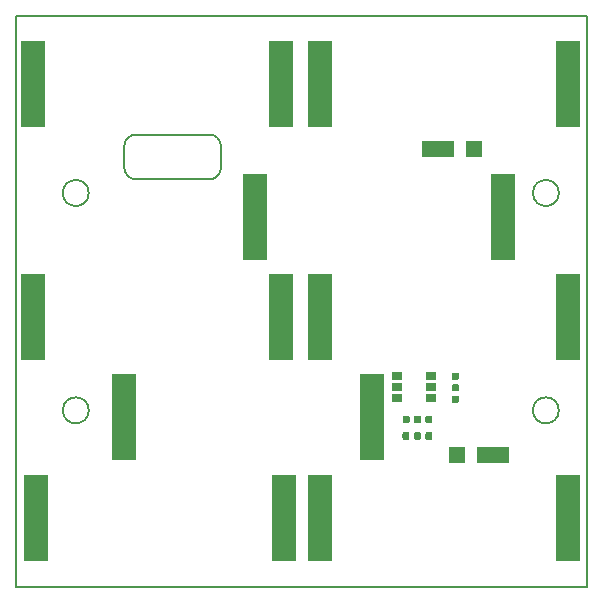
<source format=gbr>
%TF.GenerationSoftware,KiCad,Pcbnew,5.0.2-bee76a0~70~ubuntu18.04.1*%
%TF.CreationDate,2020-02-29T17:16:54-08:00*%
%TF.ProjectId,SolarCellZ_v1,536f6c61-7243-4656-9c6c-5a5f76312e6b,rev?*%
%TF.SameCoordinates,Original*%
%TF.FileFunction,Paste,Top*%
%TF.FilePolarity,Positive*%
%FSLAX46Y46*%
G04 Gerber Fmt 4.6, Leading zero omitted, Abs format (unit mm)*
G04 Created by KiCad (PCBNEW 5.0.2-bee76a0~70~ubuntu18.04.1) date Sat 29 Feb 2020 05:16:54 PM PST*
%MOMM*%
%LPD*%
G01*
G04 APERTURE LIST*
%ADD10C,0.200000*%
%ADD11R,2.000000X7.400000*%
%ADD12R,0.900000X0.700000*%
%ADD13R,1.400000X1.400000*%
%ADD14R,2.700000X1.400000*%
%ADD15C,0.100000*%
%ADD16C,0.590000*%
G04 APERTURE END LIST*
D10*
X136007500Y-73391000D02*
G75*
G03X136007500Y-73391000I-1100000J0D01*
G01*
X96207500Y-73391000D02*
G75*
G03X96207500Y-73391000I-1100000J0D01*
G01*
X107407500Y-52841000D02*
G75*
G02X106407500Y-53841000I-1000000J0D01*
G01*
X100207500Y-53841000D02*
G75*
G02X99207500Y-52841000I0J1000000D01*
G01*
X106407500Y-50041000D02*
G75*
G02X107407500Y-51041000I0J-1000000D01*
G01*
X99207500Y-51041000D02*
G75*
G02X100207500Y-50041000I1000000J0D01*
G01*
X96207500Y-54991000D02*
G75*
G03X96207500Y-54991000I-1100000J0D01*
G01*
X106407500Y-50041000D02*
X100207500Y-50041000D01*
X138407500Y-39991000D02*
X138407500Y-88391000D01*
X138407500Y-88391000D02*
X90007500Y-88391000D01*
X90007500Y-88391000D02*
X90007500Y-39991000D01*
X90007500Y-39991000D02*
X138407500Y-39991000D01*
X100207500Y-53841000D02*
X106407500Y-53841000D01*
X136007500Y-54991000D02*
G75*
G03X136007500Y-54991000I-1100000J0D01*
G01*
X107407500Y-52841000D02*
X107407500Y-51041000D01*
X99207500Y-51041000D02*
X99207500Y-52841000D01*
D11*
X136750000Y-45750000D03*
X115750000Y-45750000D03*
X91500000Y-45750000D03*
X112500000Y-45750000D03*
X131250000Y-57000000D03*
X110250000Y-57000000D03*
X136750000Y-65500000D03*
X115750000Y-65500000D03*
X112500000Y-65500000D03*
X91500000Y-65500000D03*
X120187000Y-74000000D03*
X99187000Y-74000000D03*
X115750000Y-82500000D03*
X136750000Y-82500000D03*
X112750000Y-82500000D03*
X91750000Y-82500000D03*
D12*
X122311500Y-70487500D03*
X122311500Y-71437500D03*
X122311500Y-72387500D03*
X125211500Y-72387500D03*
X125211500Y-71437500D03*
X125211500Y-70487500D03*
D13*
X128850000Y-51250000D03*
D14*
X125800000Y-51250000D03*
D13*
X127385200Y-77152500D03*
D14*
X130435200Y-77152500D03*
D15*
G36*
X124200458Y-73848710D02*
X124214776Y-73850834D01*
X124228817Y-73854351D01*
X124242446Y-73859228D01*
X124255531Y-73865417D01*
X124267947Y-73872858D01*
X124279573Y-73881481D01*
X124290298Y-73891202D01*
X124300019Y-73901927D01*
X124308642Y-73913553D01*
X124316083Y-73925969D01*
X124322272Y-73939054D01*
X124327149Y-73952683D01*
X124330666Y-73966724D01*
X124332790Y-73981042D01*
X124333500Y-73995500D01*
X124333500Y-74340500D01*
X124332790Y-74354958D01*
X124330666Y-74369276D01*
X124327149Y-74383317D01*
X124322272Y-74396946D01*
X124316083Y-74410031D01*
X124308642Y-74422447D01*
X124300019Y-74434073D01*
X124290298Y-74444798D01*
X124279573Y-74454519D01*
X124267947Y-74463142D01*
X124255531Y-74470583D01*
X124242446Y-74476772D01*
X124228817Y-74481649D01*
X124214776Y-74485166D01*
X124200458Y-74487290D01*
X124186000Y-74488000D01*
X123891000Y-74488000D01*
X123876542Y-74487290D01*
X123862224Y-74485166D01*
X123848183Y-74481649D01*
X123834554Y-74476772D01*
X123821469Y-74470583D01*
X123809053Y-74463142D01*
X123797427Y-74454519D01*
X123786702Y-74444798D01*
X123776981Y-74434073D01*
X123768358Y-74422447D01*
X123760917Y-74410031D01*
X123754728Y-74396946D01*
X123749851Y-74383317D01*
X123746334Y-74369276D01*
X123744210Y-74354958D01*
X123743500Y-74340500D01*
X123743500Y-73995500D01*
X123744210Y-73981042D01*
X123746334Y-73966724D01*
X123749851Y-73952683D01*
X123754728Y-73939054D01*
X123760917Y-73925969D01*
X123768358Y-73913553D01*
X123776981Y-73901927D01*
X123786702Y-73891202D01*
X123797427Y-73881481D01*
X123809053Y-73872858D01*
X123821469Y-73865417D01*
X123834554Y-73859228D01*
X123848183Y-73854351D01*
X123862224Y-73850834D01*
X123876542Y-73848710D01*
X123891000Y-73848000D01*
X124186000Y-73848000D01*
X124200458Y-73848710D01*
X124200458Y-73848710D01*
G37*
D16*
X124038500Y-74168000D03*
D15*
G36*
X125170458Y-73848710D02*
X125184776Y-73850834D01*
X125198817Y-73854351D01*
X125212446Y-73859228D01*
X125225531Y-73865417D01*
X125237947Y-73872858D01*
X125249573Y-73881481D01*
X125260298Y-73891202D01*
X125270019Y-73901927D01*
X125278642Y-73913553D01*
X125286083Y-73925969D01*
X125292272Y-73939054D01*
X125297149Y-73952683D01*
X125300666Y-73966724D01*
X125302790Y-73981042D01*
X125303500Y-73995500D01*
X125303500Y-74340500D01*
X125302790Y-74354958D01*
X125300666Y-74369276D01*
X125297149Y-74383317D01*
X125292272Y-74396946D01*
X125286083Y-74410031D01*
X125278642Y-74422447D01*
X125270019Y-74434073D01*
X125260298Y-74444798D01*
X125249573Y-74454519D01*
X125237947Y-74463142D01*
X125225531Y-74470583D01*
X125212446Y-74476772D01*
X125198817Y-74481649D01*
X125184776Y-74485166D01*
X125170458Y-74487290D01*
X125156000Y-74488000D01*
X124861000Y-74488000D01*
X124846542Y-74487290D01*
X124832224Y-74485166D01*
X124818183Y-74481649D01*
X124804554Y-74476772D01*
X124791469Y-74470583D01*
X124779053Y-74463142D01*
X124767427Y-74454519D01*
X124756702Y-74444798D01*
X124746981Y-74434073D01*
X124738358Y-74422447D01*
X124730917Y-74410031D01*
X124724728Y-74396946D01*
X124719851Y-74383317D01*
X124716334Y-74369276D01*
X124714210Y-74354958D01*
X124713500Y-74340500D01*
X124713500Y-73995500D01*
X124714210Y-73981042D01*
X124716334Y-73966724D01*
X124719851Y-73952683D01*
X124724728Y-73939054D01*
X124730917Y-73925969D01*
X124738358Y-73913553D01*
X124746981Y-73901927D01*
X124756702Y-73891202D01*
X124767427Y-73881481D01*
X124779053Y-73872858D01*
X124791469Y-73865417D01*
X124804554Y-73859228D01*
X124818183Y-73854351D01*
X124832224Y-73850834D01*
X124846542Y-73848710D01*
X124861000Y-73848000D01*
X125156000Y-73848000D01*
X125170458Y-73848710D01*
X125170458Y-73848710D01*
G37*
D16*
X125008500Y-74168000D03*
D15*
G36*
X123230178Y-73848710D02*
X123244496Y-73850834D01*
X123258537Y-73854351D01*
X123272166Y-73859228D01*
X123285251Y-73865417D01*
X123297667Y-73872858D01*
X123309293Y-73881481D01*
X123320018Y-73891202D01*
X123329739Y-73901927D01*
X123338362Y-73913553D01*
X123345803Y-73925969D01*
X123351992Y-73939054D01*
X123356869Y-73952683D01*
X123360386Y-73966724D01*
X123362510Y-73981042D01*
X123363220Y-73995500D01*
X123363220Y-74340500D01*
X123362510Y-74354958D01*
X123360386Y-74369276D01*
X123356869Y-74383317D01*
X123351992Y-74396946D01*
X123345803Y-74410031D01*
X123338362Y-74422447D01*
X123329739Y-74434073D01*
X123320018Y-74444798D01*
X123309293Y-74454519D01*
X123297667Y-74463142D01*
X123285251Y-74470583D01*
X123272166Y-74476772D01*
X123258537Y-74481649D01*
X123244496Y-74485166D01*
X123230178Y-74487290D01*
X123215720Y-74488000D01*
X122920720Y-74488000D01*
X122906262Y-74487290D01*
X122891944Y-74485166D01*
X122877903Y-74481649D01*
X122864274Y-74476772D01*
X122851189Y-74470583D01*
X122838773Y-74463142D01*
X122827147Y-74454519D01*
X122816422Y-74444798D01*
X122806701Y-74434073D01*
X122798078Y-74422447D01*
X122790637Y-74410031D01*
X122784448Y-74396946D01*
X122779571Y-74383317D01*
X122776054Y-74369276D01*
X122773930Y-74354958D01*
X122773220Y-74340500D01*
X122773220Y-73995500D01*
X122773930Y-73981042D01*
X122776054Y-73966724D01*
X122779571Y-73952683D01*
X122784448Y-73939054D01*
X122790637Y-73925969D01*
X122798078Y-73913553D01*
X122806701Y-73901927D01*
X122816422Y-73891202D01*
X122827147Y-73881481D01*
X122838773Y-73872858D01*
X122851189Y-73865417D01*
X122864274Y-73859228D01*
X122877903Y-73854351D01*
X122891944Y-73850834D01*
X122906262Y-73848710D01*
X122920720Y-73848000D01*
X123215720Y-73848000D01*
X123230178Y-73848710D01*
X123230178Y-73848710D01*
G37*
D16*
X123068220Y-74168000D03*
D15*
G36*
X124200178Y-73848710D02*
X124214496Y-73850834D01*
X124228537Y-73854351D01*
X124242166Y-73859228D01*
X124255251Y-73865417D01*
X124267667Y-73872858D01*
X124279293Y-73881481D01*
X124290018Y-73891202D01*
X124299739Y-73901927D01*
X124308362Y-73913553D01*
X124315803Y-73925969D01*
X124321992Y-73939054D01*
X124326869Y-73952683D01*
X124330386Y-73966724D01*
X124332510Y-73981042D01*
X124333220Y-73995500D01*
X124333220Y-74340500D01*
X124332510Y-74354958D01*
X124330386Y-74369276D01*
X124326869Y-74383317D01*
X124321992Y-74396946D01*
X124315803Y-74410031D01*
X124308362Y-74422447D01*
X124299739Y-74434073D01*
X124290018Y-74444798D01*
X124279293Y-74454519D01*
X124267667Y-74463142D01*
X124255251Y-74470583D01*
X124242166Y-74476772D01*
X124228537Y-74481649D01*
X124214496Y-74485166D01*
X124200178Y-74487290D01*
X124185720Y-74488000D01*
X123890720Y-74488000D01*
X123876262Y-74487290D01*
X123861944Y-74485166D01*
X123847903Y-74481649D01*
X123834274Y-74476772D01*
X123821189Y-74470583D01*
X123808773Y-74463142D01*
X123797147Y-74454519D01*
X123786422Y-74444798D01*
X123776701Y-74434073D01*
X123768078Y-74422447D01*
X123760637Y-74410031D01*
X123754448Y-74396946D01*
X123749571Y-74383317D01*
X123746054Y-74369276D01*
X123743930Y-74354958D01*
X123743220Y-74340500D01*
X123743220Y-73995500D01*
X123743930Y-73981042D01*
X123746054Y-73966724D01*
X123749571Y-73952683D01*
X123754448Y-73939054D01*
X123760637Y-73925969D01*
X123768078Y-73913553D01*
X123776701Y-73901927D01*
X123786422Y-73891202D01*
X123797147Y-73881481D01*
X123808773Y-73872858D01*
X123821189Y-73865417D01*
X123834274Y-73859228D01*
X123847903Y-73854351D01*
X123861944Y-73850834D01*
X123876262Y-73848710D01*
X123890720Y-73848000D01*
X124185720Y-73848000D01*
X124200178Y-73848710D01*
X124200178Y-73848710D01*
G37*
D16*
X124038220Y-74168000D03*
D15*
G36*
X125170458Y-75245710D02*
X125184776Y-75247834D01*
X125198817Y-75251351D01*
X125212446Y-75256228D01*
X125225531Y-75262417D01*
X125237947Y-75269858D01*
X125249573Y-75278481D01*
X125260298Y-75288202D01*
X125270019Y-75298927D01*
X125278642Y-75310553D01*
X125286083Y-75322969D01*
X125292272Y-75336054D01*
X125297149Y-75349683D01*
X125300666Y-75363724D01*
X125302790Y-75378042D01*
X125303500Y-75392500D01*
X125303500Y-75737500D01*
X125302790Y-75751958D01*
X125300666Y-75766276D01*
X125297149Y-75780317D01*
X125292272Y-75793946D01*
X125286083Y-75807031D01*
X125278642Y-75819447D01*
X125270019Y-75831073D01*
X125260298Y-75841798D01*
X125249573Y-75851519D01*
X125237947Y-75860142D01*
X125225531Y-75867583D01*
X125212446Y-75873772D01*
X125198817Y-75878649D01*
X125184776Y-75882166D01*
X125170458Y-75884290D01*
X125156000Y-75885000D01*
X124861000Y-75885000D01*
X124846542Y-75884290D01*
X124832224Y-75882166D01*
X124818183Y-75878649D01*
X124804554Y-75873772D01*
X124791469Y-75867583D01*
X124779053Y-75860142D01*
X124767427Y-75851519D01*
X124756702Y-75841798D01*
X124746981Y-75831073D01*
X124738358Y-75819447D01*
X124730917Y-75807031D01*
X124724728Y-75793946D01*
X124719851Y-75780317D01*
X124716334Y-75766276D01*
X124714210Y-75751958D01*
X124713500Y-75737500D01*
X124713500Y-75392500D01*
X124714210Y-75378042D01*
X124716334Y-75363724D01*
X124719851Y-75349683D01*
X124724728Y-75336054D01*
X124730917Y-75322969D01*
X124738358Y-75310553D01*
X124746981Y-75298927D01*
X124756702Y-75288202D01*
X124767427Y-75278481D01*
X124779053Y-75269858D01*
X124791469Y-75262417D01*
X124804554Y-75256228D01*
X124818183Y-75251351D01*
X124832224Y-75247834D01*
X124846542Y-75245710D01*
X124861000Y-75245000D01*
X125156000Y-75245000D01*
X125170458Y-75245710D01*
X125170458Y-75245710D01*
G37*
D16*
X125008500Y-75565000D03*
D15*
G36*
X124200458Y-75245710D02*
X124214776Y-75247834D01*
X124228817Y-75251351D01*
X124242446Y-75256228D01*
X124255531Y-75262417D01*
X124267947Y-75269858D01*
X124279573Y-75278481D01*
X124290298Y-75288202D01*
X124300019Y-75298927D01*
X124308642Y-75310553D01*
X124316083Y-75322969D01*
X124322272Y-75336054D01*
X124327149Y-75349683D01*
X124330666Y-75363724D01*
X124332790Y-75378042D01*
X124333500Y-75392500D01*
X124333500Y-75737500D01*
X124332790Y-75751958D01*
X124330666Y-75766276D01*
X124327149Y-75780317D01*
X124322272Y-75793946D01*
X124316083Y-75807031D01*
X124308642Y-75819447D01*
X124300019Y-75831073D01*
X124290298Y-75841798D01*
X124279573Y-75851519D01*
X124267947Y-75860142D01*
X124255531Y-75867583D01*
X124242446Y-75873772D01*
X124228817Y-75878649D01*
X124214776Y-75882166D01*
X124200458Y-75884290D01*
X124186000Y-75885000D01*
X123891000Y-75885000D01*
X123876542Y-75884290D01*
X123862224Y-75882166D01*
X123848183Y-75878649D01*
X123834554Y-75873772D01*
X123821469Y-75867583D01*
X123809053Y-75860142D01*
X123797427Y-75851519D01*
X123786702Y-75841798D01*
X123776981Y-75831073D01*
X123768358Y-75819447D01*
X123760917Y-75807031D01*
X123754728Y-75793946D01*
X123749851Y-75780317D01*
X123746334Y-75766276D01*
X123744210Y-75751958D01*
X123743500Y-75737500D01*
X123743500Y-75392500D01*
X123744210Y-75378042D01*
X123746334Y-75363724D01*
X123749851Y-75349683D01*
X123754728Y-75336054D01*
X123760917Y-75322969D01*
X123768358Y-75310553D01*
X123776981Y-75298927D01*
X123786702Y-75288202D01*
X123797427Y-75278481D01*
X123809053Y-75269858D01*
X123821469Y-75262417D01*
X123834554Y-75256228D01*
X123848183Y-75251351D01*
X123862224Y-75247834D01*
X123876542Y-75245710D01*
X123891000Y-75245000D01*
X124186000Y-75245000D01*
X124200458Y-75245710D01*
X124200458Y-75245710D01*
G37*
D16*
X124038500Y-75565000D03*
D15*
G36*
X127440958Y-71189210D02*
X127455276Y-71191334D01*
X127469317Y-71194851D01*
X127482946Y-71199728D01*
X127496031Y-71205917D01*
X127508447Y-71213358D01*
X127520073Y-71221981D01*
X127530798Y-71231702D01*
X127540519Y-71242427D01*
X127549142Y-71254053D01*
X127556583Y-71266469D01*
X127562772Y-71279554D01*
X127567649Y-71293183D01*
X127571166Y-71307224D01*
X127573290Y-71321542D01*
X127574000Y-71336000D01*
X127574000Y-71631000D01*
X127573290Y-71645458D01*
X127571166Y-71659776D01*
X127567649Y-71673817D01*
X127562772Y-71687446D01*
X127556583Y-71700531D01*
X127549142Y-71712947D01*
X127540519Y-71724573D01*
X127530798Y-71735298D01*
X127520073Y-71745019D01*
X127508447Y-71753642D01*
X127496031Y-71761083D01*
X127482946Y-71767272D01*
X127469317Y-71772149D01*
X127455276Y-71775666D01*
X127440958Y-71777790D01*
X127426500Y-71778500D01*
X127081500Y-71778500D01*
X127067042Y-71777790D01*
X127052724Y-71775666D01*
X127038683Y-71772149D01*
X127025054Y-71767272D01*
X127011969Y-71761083D01*
X126999553Y-71753642D01*
X126987927Y-71745019D01*
X126977202Y-71735298D01*
X126967481Y-71724573D01*
X126958858Y-71712947D01*
X126951417Y-71700531D01*
X126945228Y-71687446D01*
X126940351Y-71673817D01*
X126936834Y-71659776D01*
X126934710Y-71645458D01*
X126934000Y-71631000D01*
X126934000Y-71336000D01*
X126934710Y-71321542D01*
X126936834Y-71307224D01*
X126940351Y-71293183D01*
X126945228Y-71279554D01*
X126951417Y-71266469D01*
X126958858Y-71254053D01*
X126967481Y-71242427D01*
X126977202Y-71231702D01*
X126987927Y-71221981D01*
X126999553Y-71213358D01*
X127011969Y-71205917D01*
X127025054Y-71199728D01*
X127038683Y-71194851D01*
X127052724Y-71191334D01*
X127067042Y-71189210D01*
X127081500Y-71188500D01*
X127426500Y-71188500D01*
X127440958Y-71189210D01*
X127440958Y-71189210D01*
G37*
D16*
X127254000Y-71483500D03*
D15*
G36*
X127440958Y-72159210D02*
X127455276Y-72161334D01*
X127469317Y-72164851D01*
X127482946Y-72169728D01*
X127496031Y-72175917D01*
X127508447Y-72183358D01*
X127520073Y-72191981D01*
X127530798Y-72201702D01*
X127540519Y-72212427D01*
X127549142Y-72224053D01*
X127556583Y-72236469D01*
X127562772Y-72249554D01*
X127567649Y-72263183D01*
X127571166Y-72277224D01*
X127573290Y-72291542D01*
X127574000Y-72306000D01*
X127574000Y-72601000D01*
X127573290Y-72615458D01*
X127571166Y-72629776D01*
X127567649Y-72643817D01*
X127562772Y-72657446D01*
X127556583Y-72670531D01*
X127549142Y-72682947D01*
X127540519Y-72694573D01*
X127530798Y-72705298D01*
X127520073Y-72715019D01*
X127508447Y-72723642D01*
X127496031Y-72731083D01*
X127482946Y-72737272D01*
X127469317Y-72742149D01*
X127455276Y-72745666D01*
X127440958Y-72747790D01*
X127426500Y-72748500D01*
X127081500Y-72748500D01*
X127067042Y-72747790D01*
X127052724Y-72745666D01*
X127038683Y-72742149D01*
X127025054Y-72737272D01*
X127011969Y-72731083D01*
X126999553Y-72723642D01*
X126987927Y-72715019D01*
X126977202Y-72705298D01*
X126967481Y-72694573D01*
X126958858Y-72682947D01*
X126951417Y-72670531D01*
X126945228Y-72657446D01*
X126940351Y-72643817D01*
X126936834Y-72629776D01*
X126934710Y-72615458D01*
X126934000Y-72601000D01*
X126934000Y-72306000D01*
X126934710Y-72291542D01*
X126936834Y-72277224D01*
X126940351Y-72263183D01*
X126945228Y-72249554D01*
X126951417Y-72236469D01*
X126958858Y-72224053D01*
X126967481Y-72212427D01*
X126977202Y-72201702D01*
X126987927Y-72191981D01*
X126999553Y-72183358D01*
X127011969Y-72175917D01*
X127025054Y-72169728D01*
X127038683Y-72164851D01*
X127052724Y-72161334D01*
X127067042Y-72159210D01*
X127081500Y-72158500D01*
X127426500Y-72158500D01*
X127440958Y-72159210D01*
X127440958Y-72159210D01*
G37*
D16*
X127254000Y-72453500D03*
D15*
G36*
X127440958Y-70213710D02*
X127455276Y-70215834D01*
X127469317Y-70219351D01*
X127482946Y-70224228D01*
X127496031Y-70230417D01*
X127508447Y-70237858D01*
X127520073Y-70246481D01*
X127530798Y-70256202D01*
X127540519Y-70266927D01*
X127549142Y-70278553D01*
X127556583Y-70290969D01*
X127562772Y-70304054D01*
X127567649Y-70317683D01*
X127571166Y-70331724D01*
X127573290Y-70346042D01*
X127574000Y-70360500D01*
X127574000Y-70655500D01*
X127573290Y-70669958D01*
X127571166Y-70684276D01*
X127567649Y-70698317D01*
X127562772Y-70711946D01*
X127556583Y-70725031D01*
X127549142Y-70737447D01*
X127540519Y-70749073D01*
X127530798Y-70759798D01*
X127520073Y-70769519D01*
X127508447Y-70778142D01*
X127496031Y-70785583D01*
X127482946Y-70791772D01*
X127469317Y-70796649D01*
X127455276Y-70800166D01*
X127440958Y-70802290D01*
X127426500Y-70803000D01*
X127081500Y-70803000D01*
X127067042Y-70802290D01*
X127052724Y-70800166D01*
X127038683Y-70796649D01*
X127025054Y-70791772D01*
X127011969Y-70785583D01*
X126999553Y-70778142D01*
X126987927Y-70769519D01*
X126977202Y-70759798D01*
X126967481Y-70749073D01*
X126958858Y-70737447D01*
X126951417Y-70725031D01*
X126945228Y-70711946D01*
X126940351Y-70698317D01*
X126936834Y-70684276D01*
X126934710Y-70669958D01*
X126934000Y-70655500D01*
X126934000Y-70360500D01*
X126934710Y-70346042D01*
X126936834Y-70331724D01*
X126940351Y-70317683D01*
X126945228Y-70304054D01*
X126951417Y-70290969D01*
X126958858Y-70278553D01*
X126967481Y-70266927D01*
X126977202Y-70256202D01*
X126987927Y-70246481D01*
X126999553Y-70237858D01*
X127011969Y-70230417D01*
X127025054Y-70224228D01*
X127038683Y-70219351D01*
X127052724Y-70215834D01*
X127067042Y-70213710D01*
X127081500Y-70213000D01*
X127426500Y-70213000D01*
X127440958Y-70213710D01*
X127440958Y-70213710D01*
G37*
D16*
X127254000Y-70508000D03*
D15*
G36*
X127440958Y-71183710D02*
X127455276Y-71185834D01*
X127469317Y-71189351D01*
X127482946Y-71194228D01*
X127496031Y-71200417D01*
X127508447Y-71207858D01*
X127520073Y-71216481D01*
X127530798Y-71226202D01*
X127540519Y-71236927D01*
X127549142Y-71248553D01*
X127556583Y-71260969D01*
X127562772Y-71274054D01*
X127567649Y-71287683D01*
X127571166Y-71301724D01*
X127573290Y-71316042D01*
X127574000Y-71330500D01*
X127574000Y-71625500D01*
X127573290Y-71639958D01*
X127571166Y-71654276D01*
X127567649Y-71668317D01*
X127562772Y-71681946D01*
X127556583Y-71695031D01*
X127549142Y-71707447D01*
X127540519Y-71719073D01*
X127530798Y-71729798D01*
X127520073Y-71739519D01*
X127508447Y-71748142D01*
X127496031Y-71755583D01*
X127482946Y-71761772D01*
X127469317Y-71766649D01*
X127455276Y-71770166D01*
X127440958Y-71772290D01*
X127426500Y-71773000D01*
X127081500Y-71773000D01*
X127067042Y-71772290D01*
X127052724Y-71770166D01*
X127038683Y-71766649D01*
X127025054Y-71761772D01*
X127011969Y-71755583D01*
X126999553Y-71748142D01*
X126987927Y-71739519D01*
X126977202Y-71729798D01*
X126967481Y-71719073D01*
X126958858Y-71707447D01*
X126951417Y-71695031D01*
X126945228Y-71681946D01*
X126940351Y-71668317D01*
X126936834Y-71654276D01*
X126934710Y-71639958D01*
X126934000Y-71625500D01*
X126934000Y-71330500D01*
X126934710Y-71316042D01*
X126936834Y-71301724D01*
X126940351Y-71287683D01*
X126945228Y-71274054D01*
X126951417Y-71260969D01*
X126958858Y-71248553D01*
X126967481Y-71236927D01*
X126977202Y-71226202D01*
X126987927Y-71216481D01*
X126999553Y-71207858D01*
X127011969Y-71200417D01*
X127025054Y-71194228D01*
X127038683Y-71189351D01*
X127052724Y-71185834D01*
X127067042Y-71183710D01*
X127081500Y-71183000D01*
X127426500Y-71183000D01*
X127440958Y-71183710D01*
X127440958Y-71183710D01*
G37*
D16*
X127254000Y-71478000D03*
D15*
G36*
X123226958Y-75245710D02*
X123241276Y-75247834D01*
X123255317Y-75251351D01*
X123268946Y-75256228D01*
X123282031Y-75262417D01*
X123294447Y-75269858D01*
X123306073Y-75278481D01*
X123316798Y-75288202D01*
X123326519Y-75298927D01*
X123335142Y-75310553D01*
X123342583Y-75322969D01*
X123348772Y-75336054D01*
X123353649Y-75349683D01*
X123357166Y-75363724D01*
X123359290Y-75378042D01*
X123360000Y-75392500D01*
X123360000Y-75737500D01*
X123359290Y-75751958D01*
X123357166Y-75766276D01*
X123353649Y-75780317D01*
X123348772Y-75793946D01*
X123342583Y-75807031D01*
X123335142Y-75819447D01*
X123326519Y-75831073D01*
X123316798Y-75841798D01*
X123306073Y-75851519D01*
X123294447Y-75860142D01*
X123282031Y-75867583D01*
X123268946Y-75873772D01*
X123255317Y-75878649D01*
X123241276Y-75882166D01*
X123226958Y-75884290D01*
X123212500Y-75885000D01*
X122917500Y-75885000D01*
X122903042Y-75884290D01*
X122888724Y-75882166D01*
X122874683Y-75878649D01*
X122861054Y-75873772D01*
X122847969Y-75867583D01*
X122835553Y-75860142D01*
X122823927Y-75851519D01*
X122813202Y-75841798D01*
X122803481Y-75831073D01*
X122794858Y-75819447D01*
X122787417Y-75807031D01*
X122781228Y-75793946D01*
X122776351Y-75780317D01*
X122772834Y-75766276D01*
X122770710Y-75751958D01*
X122770000Y-75737500D01*
X122770000Y-75392500D01*
X122770710Y-75378042D01*
X122772834Y-75363724D01*
X122776351Y-75349683D01*
X122781228Y-75336054D01*
X122787417Y-75322969D01*
X122794858Y-75310553D01*
X122803481Y-75298927D01*
X122813202Y-75288202D01*
X122823927Y-75278481D01*
X122835553Y-75269858D01*
X122847969Y-75262417D01*
X122861054Y-75256228D01*
X122874683Y-75251351D01*
X122888724Y-75247834D01*
X122903042Y-75245710D01*
X122917500Y-75245000D01*
X123212500Y-75245000D01*
X123226958Y-75245710D01*
X123226958Y-75245710D01*
G37*
D16*
X123065000Y-75565000D03*
D15*
G36*
X124196958Y-75245710D02*
X124211276Y-75247834D01*
X124225317Y-75251351D01*
X124238946Y-75256228D01*
X124252031Y-75262417D01*
X124264447Y-75269858D01*
X124276073Y-75278481D01*
X124286798Y-75288202D01*
X124296519Y-75298927D01*
X124305142Y-75310553D01*
X124312583Y-75322969D01*
X124318772Y-75336054D01*
X124323649Y-75349683D01*
X124327166Y-75363724D01*
X124329290Y-75378042D01*
X124330000Y-75392500D01*
X124330000Y-75737500D01*
X124329290Y-75751958D01*
X124327166Y-75766276D01*
X124323649Y-75780317D01*
X124318772Y-75793946D01*
X124312583Y-75807031D01*
X124305142Y-75819447D01*
X124296519Y-75831073D01*
X124286798Y-75841798D01*
X124276073Y-75851519D01*
X124264447Y-75860142D01*
X124252031Y-75867583D01*
X124238946Y-75873772D01*
X124225317Y-75878649D01*
X124211276Y-75882166D01*
X124196958Y-75884290D01*
X124182500Y-75885000D01*
X123887500Y-75885000D01*
X123873042Y-75884290D01*
X123858724Y-75882166D01*
X123844683Y-75878649D01*
X123831054Y-75873772D01*
X123817969Y-75867583D01*
X123805553Y-75860142D01*
X123793927Y-75851519D01*
X123783202Y-75841798D01*
X123773481Y-75831073D01*
X123764858Y-75819447D01*
X123757417Y-75807031D01*
X123751228Y-75793946D01*
X123746351Y-75780317D01*
X123742834Y-75766276D01*
X123740710Y-75751958D01*
X123740000Y-75737500D01*
X123740000Y-75392500D01*
X123740710Y-75378042D01*
X123742834Y-75363724D01*
X123746351Y-75349683D01*
X123751228Y-75336054D01*
X123757417Y-75322969D01*
X123764858Y-75310553D01*
X123773481Y-75298927D01*
X123783202Y-75288202D01*
X123793927Y-75278481D01*
X123805553Y-75269858D01*
X123817969Y-75262417D01*
X123831054Y-75256228D01*
X123844683Y-75251351D01*
X123858724Y-75247834D01*
X123873042Y-75245710D01*
X123887500Y-75245000D01*
X124182500Y-75245000D01*
X124196958Y-75245710D01*
X124196958Y-75245710D01*
G37*
D16*
X124035000Y-75565000D03*
M02*

</source>
